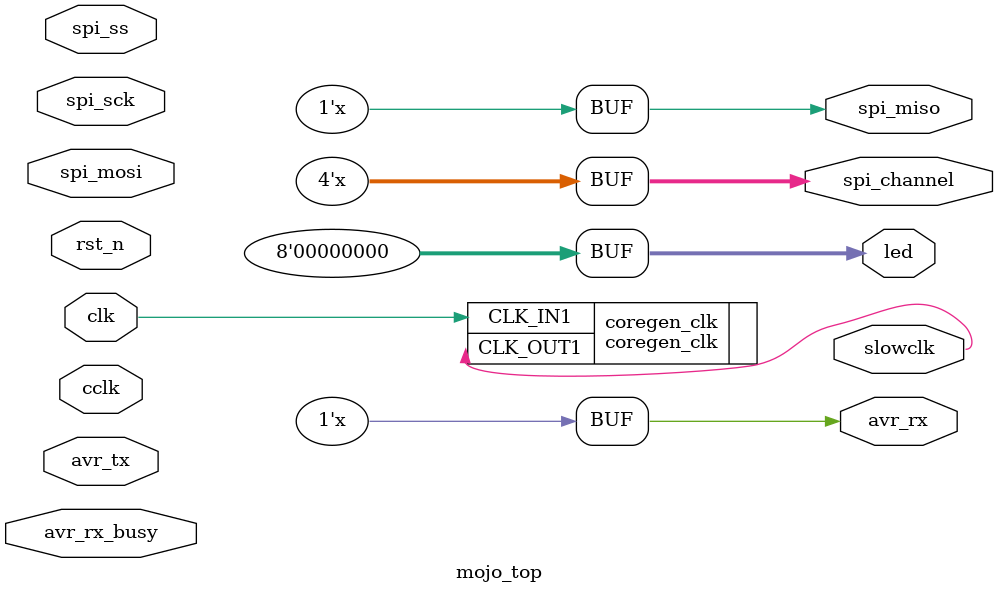
<source format=v>
module mojo_top(
    // 50MHz clock input
    input clk,
    // Input from reset button (active low)
    input rst_n,
    // cclk input from AVR, high when AVR is ready
    input cclk,
    // Outputs to the 8 onboard LEDs
    output[7:0]led,
    // AVR SPI connections
    output spi_miso,
    input spi_ss,
    input spi_mosi,
    input spi_sck,
    // AVR ADC channel select
    output [3:0] spi_channel,
    // Serial connections
    input avr_tx, // AVR Tx => FPGA Rx
    output avr_rx, // AVR Rx => FPGA Tx
    input avr_rx_busy, // AVR Rx buffer full
	 output slowclk // P50
    );

wire rst = ~rst_n; // make reset active high

// these signals should be high-z when not used
assign spi_miso = 1'bz;
assign avr_rx = 1'bz;
assign spi_channel = 4'bzzzz;

assign led = 8'b0;

coregen_clk coregen_clk(
		.CLK_IN1(clk), 
		.CLK_OUT1(slowclk)
);

endmodule
</source>
